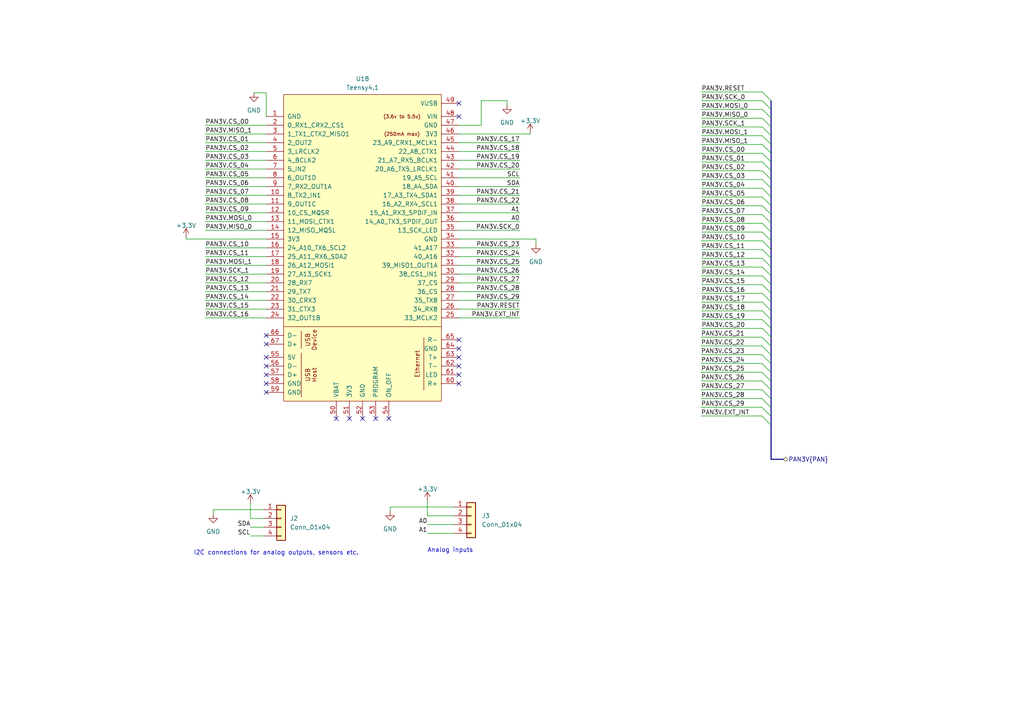
<source format=kicad_sch>
(kicad_sch (version 20230121) (generator eeschema)
  (paper "A4")
  (lib_symbols
    (symbol "Connector_Generic:Conn_01x04" (pin_names (offset 1.016) hide)
      (property "Reference" "J" (at 0 5.08 0))
      (property "Value" "Conn_01x04" (at 0 -7.62 0))
      (symbol "Conn_01x04_1_1"
        (rectangle (start -1.27 -4.953) (end 0 -5.207) (stroke (width 0.1524)))
        (rectangle (start -1.27 -2.413) (end 0 -2.667) (stroke (width 0.1524)))
        (rectangle (start -1.27 0.127) (end 0 -0.127) (stroke (width 0.1524)))
        (rectangle (start -1.27 2.667) (end 0 2.413) (stroke (width 0.1524)))
        (rectangle (start -1.27 3.81) (end 1.27 -6.35) (stroke (width 0.254)) (fill (type background)))
        (pin passive line (at -5.08 2.54 0) (length 3.81) (name "Pin_1") (number "1"))
        (pin passive line (at -5.08 0 0) (length 3.81) (name "Pin_2") (number "2"))
        (pin passive line (at -5.08 -2.54 0) (length 3.81) (name "Pin_3") (number "3"))
        (pin passive line (at -5.08 -5.08 0) (length 3.81) (name "Pin_4") (number "4"))
      )
    )
    (symbol "arena_custom:Teensy4.1" (pin_names (offset 1.016))
      (property "Reference" "U" (at 0 64.77 0))
      (property "Value" "Teensy4.1" (at 0 62.23 0))
      (symbol "Teensy4.1_0_0"
        (polyline (pts (xy -22.86 -6.35) (xy 22.86 -6.35)))
        (polyline (pts (xy -17.78 -26.67) (xy -17.78 -13.97)))
        (polyline (pts (xy -17.78 -7.62) (xy -17.78 -12.7)))
        (polyline (pts (xy 17.78 -9.525) (xy 17.78 -24.765)))
        (text "(250mA max)" (at 11.43 49.53 0) (effects (font (size 1.016 1.016))))
        (text "(3.6v to 5.5v)" (at 11.43 54.61 0) (effects (font (size 1.016 1.016))))
        (text "Device" (at -13.97 -10.16 900) (effects (font (size 1.27 1.27))))
        (text "Ethernet" (at 15.875 -17.145 900) (effects (font (size 1.27 1.27))))
        (text "Host" (at -13.97 -20.32 900) (effects (font (size 1.27 1.27))))
        (text "USB" (at -15.875 -20.32 900) (effects (font (size 1.27 1.27))))
        (text "USB" (at -15.875 -10.16 900) (effects (font (size 1.27 1.27))))
        (pin bidirectional line (at -27.94 31.75 0) (length 5.08) (name "8_TX2_IN1") (number "10"))
        (pin bidirectional line (at -27.94 29.21 0) (length 5.08) (name "9_OUT1C") (number "11"))
        (pin bidirectional line (at -27.94 26.67 0) (length 5.08) (name "10_CS_MQSR") (number "12"))
        (pin bidirectional line (at -27.94 24.13 0) (length 5.08) (name "11_MOSI_CTX1") (number "13"))
        (pin bidirectional line (at -27.94 21.59 0) (length 5.08) (name "12_MISO_MQSL") (number "14"))
        (pin power_in line (at -27.94 19.05 0) (length 5.08) (name "3V3") (number "15"))
        (pin bidirectional line (at -27.94 16.51 0) (length 5.08) (name "24_A10_TX6_SCL2") (number "16"))
        (pin bidirectional line (at -27.94 13.97 0) (length 5.08) (name "25_A11_RX6_SDA2") (number "17"))
        (pin bidirectional line (at -27.94 11.43 0) (length 5.08) (name "26_A12_MOSI1") (number "18"))
        (pin bidirectional line (at -27.94 8.89 0) (length 5.08) (name "27_A13_SCK1") (number "19"))
        (pin bidirectional line (at -27.94 6.35 0) (length 5.08) (name "28_RX7") (number "20"))
        (pin bidirectional line (at -27.94 3.81 0) (length 5.08) (name "29_TX7") (number "21"))
        (pin bidirectional line (at -27.94 1.27 0) (length 5.08) (name "30_CRX3") (number "22"))
        (pin bidirectional line (at -27.94 -1.27 0) (length 5.08) (name "31_CTX3") (number "23"))
        (pin bidirectional line (at -27.94 -3.81 0) (length 5.08) (name "32_OUT1B") (number "24"))
        (pin bidirectional line (at 27.94 -3.81 180) (length 5.08) (name "33_MCLK2") (number "25"))
        (pin bidirectional line (at 27.94 -1.27 180) (length 5.08) (name "34_RX8") (number "26"))
        (pin bidirectional line (at 27.94 1.27 180) (length 5.08) (name "35_TX8") (number "27"))
        (pin bidirectional line (at 27.94 3.81 180) (length 5.08) (name "36_CS") (number "28"))
        (pin bidirectional line (at 27.94 6.35 180) (length 5.08) (name "37_CS") (number "29"))
        (pin bidirectional line (at 27.94 8.89 180) (length 5.08) (name "38_CS1_IN1") (number "30"))
        (pin bidirectional line (at 27.94 11.43 180) (length 5.08) (name "39_MISO1_OUT1A") (number "31"))
        (pin bidirectional line (at 27.94 13.97 180) (length 5.08) (name "40_A16") (number "32"))
        (pin bidirectional line (at 27.94 16.51 180) (length 5.08) (name "41_A17") (number "33"))
        (pin bidirectional line (at 27.94 21.59 180) (length 5.08) (name "13_SCK_LED") (number "35"))
        (pin bidirectional line (at 27.94 24.13 180) (length 5.08) (name "14_A0_TX3_SPDIF_OUT") (number "36"))
        (pin bidirectional line (at 27.94 26.67 180) (length 5.08) (name "15_A1_RX3_SPDIF_IN") (number "37"))
        (pin bidirectional line (at 27.94 29.21 180) (length 5.08) (name "16_A2_RX4_SCL1") (number "38"))
        (pin bidirectional line (at 27.94 31.75 180) (length 5.08) (name "17_A3_TX4_SDA1") (number "39"))
        (pin bidirectional line (at 27.94 34.29 180) (length 5.08) (name "18_A4_SDA") (number "40"))
        (pin bidirectional line (at 27.94 36.83 180) (length 5.08) (name "19_A5_SCL") (number "41"))
        (pin bidirectional line (at 27.94 39.37 180) (length 5.08) (name "20_A6_TX5_LRCLK1") (number "42"))
        (pin bidirectional line (at 27.94 41.91 180) (length 5.08) (name "21_A7_RX5_BCLK1") (number "43"))
        (pin bidirectional line (at 27.94 44.45 180) (length 5.08) (name "22_A8_CTX1") (number "44"))
        (pin bidirectional line (at 27.94 46.99 180) (length 5.08) (name "23_A9_CRX1_MCLK1") (number "45"))
        (pin power_in line (at 27.94 54.61 180) (length 5.08) (name "VIN") (number "48"))
        (pin power_out line (at 27.94 58.42 180) (length 5.08) (name "VUSB") (number "49"))
        (pin bidirectional line (at -27.94 44.45 0) (length 5.08) (name "3_LRCLK2") (number "5"))
        (pin power_in line (at -7.62 -33.02 90) (length 5.08) (name "VBAT") (number "50"))
        (pin power_in line (at -3.81 -33.02 90) (length 5.08) (name "3V3") (number "51"))
        (pin input line (at 3.81 -33.02 90) (length 5.08) (name "PROGRAM") (number "53"))
        (pin input line (at 7.62 -33.02 90) (length 5.08) (name "ON_OFF") (number "54"))
        (pin power_out line (at -27.94 -15.24 0) (length 5.08) (name "5V") (number "55"))
        (pin bidirectional line (at -27.94 -17.78 0) (length 5.08) (name "D-") (number "56"))
        (pin bidirectional line (at -27.94 -20.32 0) (length 5.08) (name "D+") (number "57"))
        (pin power_in line (at -27.94 -22.86 0) (length 5.08) (name "GND") (number "58"))
        (pin power_in line (at -27.94 -25.4 0) (length 5.08) (name "GND") (number "59"))
        (pin bidirectional line (at -27.94 41.91 0) (length 5.08) (name "4_BCLK2") (number "6"))
        (pin bidirectional line (at 27.94 -22.86 180) (length 5.08) (name "R+") (number "60"))
        (pin bidirectional line (at 27.94 -20.32 180) (length 5.08) (name "LED") (number "61"))
        (pin bidirectional line (at 27.94 -17.78 180) (length 5.08) (name "T-") (number "62"))
        (pin bidirectional line (at 27.94 -15.24 180) (length 5.08) (name "T+") (number "63"))
        (pin power_in line (at 27.94 -12.7 180) (length 5.08) (name "GND") (number "64"))
        (pin bidirectional line (at 27.94 -10.16 180) (length 5.08) (name "R-") (number "65"))
        (pin bidirectional line (at -27.94 -8.89 0) (length 5.08) (name "D-") (number "66"))
        (pin bidirectional line (at -27.94 -11.43 0) (length 5.08) (name "D+") (number "67"))
        (pin bidirectional line (at -27.94 39.37 0) (length 5.08) (name "5_IN2") (number "7"))
        (pin bidirectional line (at -27.94 36.83 0) (length 5.08) (name "6_OUT1D") (number "8"))
        (pin bidirectional line (at -27.94 34.29 0) (length 5.08) (name "7_RX2_OUT1A") (number "9"))
      )
      (symbol "Teensy4.1_0_1"
        (rectangle (start -20.32 -1.27) (end -20.32 -1.27))
      )
      (symbol "Teensy4.1_1_0"
        (pin power_out line (at 27.94 49.53 180) (length 5.08) (name "3V3") (number "46"))
        (pin power_in line (at 27.94 52.07 180) (length 5.08) (name "GND") (number "47"))
        (pin power_in line (at 0 -33.02 90) (length 5.08) (name "GND") (number "52"))
      )
      (symbol "Teensy4.1_1_1"
        (rectangle (start -22.86 60.96) (end 22.86 -27.94) (fill (type background)))
        (pin power_in line (at -27.94 54.61 0) (length 5.08) (name "GND") (number "1"))
        (pin bidirectional line (at -27.94 52.07 0) (length 5.08) (name "0_RX1_CRX2_CS1") (number "2"))
        (pin bidirectional line (at -27.94 49.53 0) (length 5.08) (name "1_TX1_CTX2_MISO1") (number "3"))
        (pin power_in line (at 27.94 19.05 180) (length 5.08) (name "GND") (number "34"))
        (pin bidirectional line (at -27.94 46.99 0) (length 5.08) (name "2_OUT2") (number "4"))
      )
    )
    (symbol "power:+3.3V" (power) (pin_names (offset 0))
      (property "Value" "+3.3V" (at 0 3.556 0))
      (symbol "+3.3V_0_1"
        (polyline (pts (xy -0.762 1.27) (xy 0 2.54)))
        (polyline (pts (xy 0 0) (xy 0 2.54)))
        (polyline (pts (xy 0 2.54) (xy 0.762 1.27)))
      )
      (symbol "+3.3V_1_1"
        (pin power_in line (at 0 0 90) (length 0) hide (name "+3.3V") (number "1"))
      )
    )
    (symbol "power:GND" (power) (pin_names (offset 0))
      (property "Value" "GND" (at 0 -3.81 0))
      (symbol "GND_0_1"
        (polyline (pts (xy 0 0) (xy 0 -1.27) (xy 1.27 -1.27) (xy 0 -2.54) (xy -1.27 -1.27) (xy 0 -1.27)))
      )
      (symbol "GND_1_1"
        (pin power_in line (at 0 0 270) (length 0) hide (name "GND") (number "1"))
      )
    )
  )
  (no_connect (at 133.096 108.712))
  (no_connect (at 112.776 121.412))
  (no_connect (at 77.216 97.282))
  (no_connect (at 77.216 99.822))
  (no_connect (at 133.096 33.782))
  (no_connect (at 133.096 106.172))
  (no_connect (at 77.216 108.712))
  (no_connect (at 77.216 111.252))
  (no_connect (at 108.966 121.412))
  (no_connect (at 133.096 101.092))
  (no_connect (at 133.096 111.252))
  (no_connect (at 133.096 29.972))
  (no_connect (at 101.346 121.412))
  (no_connect (at 77.216 106.172))
  (no_connect (at 105.156 121.412))
  (no_connect (at 97.536 121.412))
  (no_connect (at 133.096 98.552))
  (no_connect (at 77.216 103.632))
  (no_connect (at 133.096 103.632))
  (no_connect (at 77.216 113.792))
  (bus_entry (at 223.647 54.61) (size -2.54 -2.54))
  (bus_entry (at 223.647 44.45) (size -2.54 -2.54))
  (bus_entry (at 220.98 113.03) (size 2.54 2.54))
  (bus_entry (at 223.647 64.77) (size -2.54 -2.54))
  (bus_entry (at 220.98 118.11) (size 2.54 2.54))
  (bus_entry (at 223.647 59.69) (size -2.54 -2.54))
  (bus_entry (at 223.647 80.01) (size -2.54 -2.54))
  (bus_entry (at 223.647 31.75) (size -2.54 -2.54))
  (bus_entry (at 220.98 105.41) (size 2.54 2.54))
  (bus_entry (at 220.98 100.33) (size 2.54 2.54))
  (bus_entry (at 221.107 82.55) (size 2.54 2.54))
  (bus_entry (at 223.647 29.21) (size -2.54 -2.54))
  (bus_entry (at 220.98 97.79) (size 2.54 2.54))
  (bus_entry (at 223.647 52.07) (size -2.54 -2.54))
  (bus_entry (at 223.647 62.23) (size -2.54 -2.54))
  (bus_entry (at 223.647 82.55) (size -2.54 -2.54))
  (bus_entry (at 220.98 120.65) (size 2.54 2.54))
  (bus_entry (at 223.647 72.39) (size -2.54 -2.54))
  (bus_entry (at 223.647 77.47) (size -2.54 -2.54))
  (bus_entry (at 223.647 34.29) (size -2.54 -2.54))
  (bus_entry (at 223.647 41.91) (size -2.54 -2.54))
  (bus_entry (at 223.647 49.53) (size -2.54 -2.54))
  (bus_entry (at 221.107 92.71) (size 2.54 2.54))
  (bus_entry (at 223.647 67.31) (size -2.54 -2.54))
  (bus_entry (at 221.107 87.63) (size 2.54 2.54))
  (bus_entry (at 223.647 74.93) (size -2.54 -2.54))
  (bus_entry (at 220.98 110.49) (size 2.54 2.54))
  (bus_entry (at 220.98 115.57) (size 2.54 2.54))
  (bus_entry (at 223.647 39.37) (size -2.54 -2.54))
  (bus_entry (at 221.107 85.09) (size 2.54 2.54))
  (bus_entry (at 221.107 90.17) (size 2.54 2.54))
  (bus_entry (at 220.98 102.87) (size 2.54 2.54))
  (bus_entry (at 220.98 107.95) (size 2.54 2.54))
  (bus_entry (at 223.647 69.85) (size -2.54 -2.54))
  (bus_entry (at 223.647 57.15) (size -2.54 -2.54))
  (bus_entry (at 221.107 95.25) (size 2.54 2.54))
  (bus_entry (at 223.647 46.99) (size -2.54 -2.54))
  (bus_entry (at 223.647 36.83) (size -2.54 -2.54))
  (wire (pts (xy 53.975 69.342) (xy 53.975 68.834)))
  (wire (pts (xy 123.952 149.606) (xy 131.572 149.606)))
  (wire (pts (xy 59.563 46.482) (xy 77.216 46.482)))
  (bus (pts (xy 223.647 87.63) (xy 223.647 90.17)))
  (wire (pts (xy 139.573 29.21) (xy 147.066 29.21)))
  (wire (pts (xy 72.644 152.908) (xy 76.454 152.908)))
  (wire (pts (xy 150.749 51.562) (xy 133.096 51.562)))
  (wire (pts (xy 220.98 110.49) (xy 203.327 110.49)))
  (wire (pts (xy 59.563 66.802) (xy 77.216 66.802)))
  (wire (pts (xy 139.573 36.322) (xy 139.573 29.21)))
  (bus (pts (xy 223.647 49.53) (xy 223.647 52.07)))
  (wire (pts (xy 133.096 76.962) (xy 150.749 76.962)))
  (wire (pts (xy 221.107 62.23) (xy 203.454 62.23)))
  (wire (pts (xy 133.096 56.642) (xy 150.749 56.642)))
  (wire (pts (xy 113.157 147.066) (xy 113.157 148.336)))
  (wire (pts (xy 59.563 76.962) (xy 77.216 76.962)))
  (wire (pts (xy 59.563 92.202) (xy 77.216 92.202)))
  (wire (pts (xy 221.107 44.45) (xy 203.454 44.45)))
  (bus (pts (xy 223.647 69.85) (xy 223.647 72.39)))
  (bus (pts (xy 223.647 36.83) (xy 223.647 39.37)))
  (wire (pts (xy 61.849 147.828) (xy 76.454 147.828)))
  (wire (pts (xy 59.563 38.862) (xy 77.216 38.862)))
  (wire (pts (xy 59.563 74.422) (xy 77.216 74.422)))
  (wire (pts (xy 133.096 49.022) (xy 150.749 49.022)))
  (wire (pts (xy 221.107 52.07) (xy 203.454 52.07)))
  (bus (pts (xy 223.647 64.77) (xy 223.647 67.31)))
  (wire (pts (xy 133.096 38.862) (xy 153.797 38.862)))
  (wire (pts (xy 72.644 146.05) (xy 72.644 150.368)))
  (wire (pts (xy 73.66 26.924) (xy 77.216 26.924)))
  (bus (pts (xy 223.647 72.39) (xy 223.647 74.93)))
  (wire (pts (xy 72.644 150.368) (xy 76.454 150.368)))
  (bus (pts (xy 223.647 97.79) (xy 223.647 133.223)))
  (wire (pts (xy 59.563 84.582) (xy 77.216 84.582)))
  (wire (pts (xy 221.107 64.77) (xy 203.454 64.77)))
  (wire (pts (xy 221.107 41.91) (xy 203.454 41.91)))
  (bus (pts (xy 223.647 54.61) (xy 223.647 57.15)))
  (wire (pts (xy 77.216 69.342) (xy 53.975 69.342)))
  (wire (pts (xy 72.644 155.448) (xy 76.454 155.448)))
  (wire (pts (xy 221.107 74.93) (xy 203.454 74.93)))
  (wire (pts (xy 221.107 57.15) (xy 203.454 57.15)))
  (bus (pts (xy 223.647 82.55) (xy 223.647 85.09)))
  (bus (pts (xy 223.647 29.21) (xy 223.647 31.75)))
  (bus (pts (xy 223.647 85.09) (xy 223.647 87.63)))
  (wire (pts (xy 77.216 26.924) (xy 77.216 33.782)))
  (bus (pts (xy 223.647 74.93) (xy 223.647 77.47)))
  (wire (pts (xy 221.107 69.85) (xy 203.454 69.85)))
  (wire (pts (xy 59.563 82.042) (xy 77.216 82.042)))
  (bus (pts (xy 223.647 95.25) (xy 223.647 97.79)))
  (wire (pts (xy 133.096 66.802) (xy 150.749 66.802)))
  (wire (pts (xy 133.096 46.482) (xy 150.749 46.482)))
  (wire (pts (xy 203.327 120.65) (xy 220.98 120.65)))
  (wire (pts (xy 203.327 118.11) (xy 220.98 118.11)))
  (bus (pts (xy 223.647 62.23) (xy 223.647 64.77)))
  (wire (pts (xy 203.327 113.03) (xy 220.98 113.03)))
  (wire (pts (xy 59.563 49.022) (xy 77.216 49.022)))
  (wire (pts (xy 59.563 56.642) (xy 77.216 56.642)))
  (wire (pts (xy 150.749 82.042) (xy 133.096 82.042)))
  (wire (pts (xy 123.952 145.288) (xy 123.952 149.606)))
  (wire (pts (xy 203.454 85.09) (xy 221.107 85.09)))
  (wire (pts (xy 59.563 87.122) (xy 77.216 87.122)))
  (wire (pts (xy 203.327 105.41) (xy 220.98 105.41)))
  (bus (pts (xy 223.647 41.91) (xy 223.647 44.45)))
  (wire (pts (xy 221.107 29.21) (xy 203.454 29.21)))
  (wire (pts (xy 59.563 79.502) (xy 77.216 79.502)))
  (wire (pts (xy 133.096 79.502) (xy 150.749 79.502)))
  (wire (pts (xy 59.563 41.402) (xy 77.216 41.402)))
  (wire (pts (xy 203.454 92.71) (xy 221.107 92.71)))
  (bus (pts (xy 223.647 80.01) (xy 223.647 82.55)))
  (wire (pts (xy 220.98 100.33) (xy 203.327 100.33)))
  (bus (pts (xy 223.647 44.45) (xy 223.647 46.99)))
  (wire (pts (xy 59.563 36.322) (xy 77.216 36.322)))
  (wire (pts (xy 221.107 67.31) (xy 203.454 67.31)))
  (bus (pts (xy 223.647 31.75) (xy 223.647 34.29)))
  (wire (pts (xy 59.563 43.942) (xy 77.216 43.942)))
  (wire (pts (xy 59.563 89.662) (xy 77.216 89.662)))
  (bus (pts (xy 223.647 34.29) (xy 223.647 36.83)))
  (bus (pts (xy 223.647 59.69) (xy 223.647 62.23)))
  (wire (pts (xy 221.107 34.29) (xy 203.454 34.29)))
  (wire (pts (xy 123.952 154.686) (xy 131.572 154.686)))
  (wire (pts (xy 133.096 36.322) (xy 139.573 36.322)))
  (wire (pts (xy 59.563 71.882) (xy 77.216 71.882)))
  (bus (pts (xy 223.647 133.223) (xy 227.203 133.223)))
  (bus (pts (xy 223.647 67.31) (xy 223.647 69.85)))
  (wire (pts (xy 61.849 147.828) (xy 61.849 149.098)))
  (wire (pts (xy 203.327 97.79) (xy 220.98 97.79)))
  (wire (pts (xy 153.797 38.862) (xy 153.797 38.481)))
  (wire (pts (xy 59.563 54.102) (xy 77.216 54.102)))
  (wire (pts (xy 147.066 29.21) (xy 147.066 30.48)))
  (wire (pts (xy 203.454 90.17) (xy 221.107 90.17)))
  (wire (pts (xy 133.096 43.942) (xy 150.749 43.942)))
  (wire (pts (xy 133.096 64.262) (xy 150.749 64.262)))
  (wire (pts (xy 221.107 72.39) (xy 203.454 72.39)))
  (bus (pts (xy 223.647 46.99) (xy 223.647 49.53)))
  (wire (pts (xy 133.096 74.422) (xy 150.749 74.422)))
  (wire (pts (xy 203.327 107.95) (xy 220.98 107.95)))
  (wire (pts (xy 133.096 87.122) (xy 150.749 87.122)))
  (wire (pts (xy 203.454 59.69) (xy 221.107 59.69)))
  (wire (pts (xy 221.107 26.67) (xy 203.454 26.67)))
  (wire (pts (xy 203.454 95.25) (xy 221.107 95.25)))
  (wire (pts (xy 133.096 84.582) (xy 150.749 84.582)))
  (wire (pts (xy 203.327 115.57) (xy 220.98 115.57)))
  (wire (pts (xy 221.107 82.55) (xy 203.454 82.55)))
  (bus (pts (xy 223.647 77.47) (xy 223.647 80.01)))
  (wire (pts (xy 150.749 71.882) (xy 133.096 71.882)))
  (wire (pts (xy 221.107 80.01) (xy 203.454 80.01)))
  (wire (pts (xy 221.107 77.47) (xy 203.454 77.47)))
  (wire (pts (xy 133.096 89.662) (xy 150.749 89.662)))
  (wire (pts (xy 221.107 31.75) (xy 203.454 31.75)))
  (bus (pts (xy 223.647 90.17) (xy 223.647 92.71)))
  (bus (pts (xy 223.647 39.37) (xy 223.647 41.91)))
  (bus (pts (xy 223.647 92.71) (xy 223.647 95.25)))
  (wire (pts (xy 203.454 87.63) (xy 221.107 87.63)))
  (wire (pts (xy 59.563 61.722) (xy 77.216 61.722)))
  (wire (pts (xy 133.096 54.102) (xy 150.749 54.102)))
  (wire (pts (xy 113.157 147.066) (xy 131.572 147.066)))
  (bus (pts (xy 223.647 52.07) (xy 223.647 54.61)))
  (wire (pts (xy 221.107 36.83) (xy 203.454 36.83)))
  (wire (pts (xy 133.096 59.182) (xy 150.749 59.182)))
  (wire (pts (xy 221.107 46.99) (xy 203.454 46.99)))
  (wire (pts (xy 150.749 41.402) (xy 133.096 41.402)))
  (wire (pts (xy 203.327 102.87) (xy 220.98 102.87)))
  (wire (pts (xy 221.107 39.37) (xy 203.454 39.37)))
  (wire (pts (xy 133.096 69.342) (xy 155.448 69.342)))
  (wire (pts (xy 221.107 49.53) (xy 203.454 49.53)))
  (wire (pts (xy 133.096 61.722) (xy 150.749 61.722)))
  (wire (pts (xy 155.448 69.342) (xy 155.448 70.866)))
  (wire (pts (xy 123.952 152.146) (xy 131.572 152.146)))
  (wire (pts (xy 59.563 59.182) (xy 77.216 59.182)))
  (wire (pts (xy 59.563 51.562) (xy 77.216 51.562)))
  (wire (pts (xy 221.107 54.61) (xy 203.454 54.61)))
  (wire (pts (xy 59.563 64.262) (xy 77.216 64.262)))
  (wire (pts (xy 133.096 92.202) (xy 150.749 92.202)))
  (bus (pts (xy 223.647 57.15) (xy 223.647 59.69)))
  (text "Analog inputs" (at 123.952 160.401 0) (effects (font (size 1.27 1.27)) (justify left bottom)))
  (text "I2C connections for analog outputs, sensors etc. " (at 56.134 161.163 0) (effects (font (size 1.27 1.27)) (justify left bottom)))
  (label "PAN3V.MOSI_1" (at 59.563 76.962 0))
  (label "SDA" (at 72.644 152.908 180))
  (label "PAN3V.SCK_0" (at 150.749 66.802 180))
  (label "PAN3V.CS_17" (at 150.749 41.402 180))
  (label "PAN3V.CS_06" (at 203.454 59.69 0))
  (label "PAN3V.CS_28" (at 150.749 84.582 180))
  (label "PAN3V.CS_18" (at 150.749 43.942 180))
  (label "PAN3V.CS_02" (at 59.563 43.942 0))
  (label "A1" (at 123.952 154.686 180))
  (label "PAN3V.CS_10" (at 59.563 71.882 0))
  (label "PAN3V.MISO_0" (at 203.454 34.29 0))
  (label "PAN3V.CS_23" (at 203.327 102.87 0))
  (label "PAN3V.CS_05" (at 59.563 51.562 0))
  (label "PAN3V.CS_06" (at 59.563 54.102 0))
  (label "PAN3V.MOSI_1" (at 203.454 39.37 0))
  (label "PAN3V.CS_04" (at 203.454 54.61 0))
  (label "PAN3V.CS_03" (at 203.454 52.07 0))
  (label "PAN3V.CS_29" (at 150.749 87.122 180))
  (label "PAN3V.CS_07" (at 59.563 56.642 0))
  (label "PAN3V.SCK_1" (at 203.454 36.83 0))
  (label "PAN3V.CS_02" (at 203.454 49.53 0))
  (label "PAN3V.CS_24" (at 203.327 105.41 0))
  (label "PAN3V.MOSI_0" (at 59.563 64.262 0))
  (label "PAN3V.CS_12" (at 203.454 74.93 0))
  (label "PAN3V.CS_14" (at 203.454 80.01 0))
  (label "PAN3V.CS_00" (at 203.454 44.45 0))
  (label "PAN3V.CS_08" (at 59.563 59.182 0))
  (label "PAN3V.CS_16" (at 59.563 92.202 0))
  (label "PAN3V.CS_00" (at 59.563 36.322 0))
  (label "SDA" (at 150.749 54.102 180))
  (label "PAN3V.CS_11" (at 203.454 72.39 0))
  (label "PAN3V.CS_27" (at 203.327 113.03 0))
  (label "PAN3V.CS_22" (at 150.749 59.182 180))
  (label "PAN3V.CS_01" (at 59.563 41.402 0))
  (label "PAN3V.CS_03" (at 59.563 46.482 0))
  (label "PAN3V.CS_21" (at 203.327 97.79 0))
  (label "PAN3V.CS_19" (at 150.749 46.482 180))
  (label "PAN3V.CS_16" (at 203.454 85.09 0))
  (label "PAN3V.CS_12" (at 59.563 82.042 0))
  (label "PAN3V.CS_05" (at 203.454 57.15 0))
  (label "PAN3V.CS_27" (at 150.749 82.042 180))
  (label "PAN3V.EXT_INT" (at 203.327 120.65 0))
  (label "PAN3V.CS_26" (at 203.327 110.49 0))
  (label "PAN3V.SCK_1" (at 59.563 79.502 0))
  (label "PAN3V.CS_20" (at 150.749 49.022 180))
  (label "PAN3V.CS_24" (at 150.749 74.422 180))
  (label "PAN3V.CS_14" (at 59.563 87.122 0))
  (label "PAN3V.CS_13" (at 203.454 77.47 0))
  (label "PAN3V.CS_25" (at 150.749 76.962 180))
  (label "PAN3V.CS_28" (at 203.327 115.57 0))
  (label "PAN3V.CS_25" (at 203.327 107.95 0))
  (label "PAN3V.CS_10" (at 203.454 69.85 0))
  (label "PAN3V.CS_08" (at 203.454 64.77 0))
  (label "PAN3V.CS_29" (at 203.327 118.11 0))
  (label "SCL" (at 72.644 155.448 180))
  (label "PAN3V.CS_20" (at 203.454 95.25 0))
  (label "PAN3V.RESET" (at 150.749 89.662 180))
  (label "PAN3V.CS_09" (at 203.454 67.31 0))
  (label "PAN3V.CS_17" (at 203.454 87.63 0))
  (label "PAN3V.CS_04" (at 59.563 49.022 0))
  (label "PAN3V.CS_15" (at 59.563 89.662 0))
  (label "PAN3V.MISO_1" (at 203.454 41.91 0))
  (label "A0" (at 123.952 152.146 180))
  (label "PAN3V.CS_11" (at 59.563 74.422 0))
  (label "PAN3V.CS_21" (at 150.749 56.642 180))
  (label "PAN3V.CS_07" (at 203.454 62.23 0))
  (label "PAN3V.CS_26" (at 150.749 79.502 180))
  (label "A0" (at 150.749 64.262 180))
  (label "PAN3V.CS_18" (at 203.454 90.17 0))
  (label "PAN3V.CS_13" (at 59.563 84.582 0))
  (label "PAN3V.CS_01" (at 203.454 46.99 0))
  (label "A1" (at 150.749 61.722 180))
  (label "PAN3V.CS_23" (at 150.749 71.882 180))
  (label "PAN3V.MISO_0" (at 59.563 66.802 0))
  (label "PAN3V.CS_19" (at 203.454 92.71 0))
  (label "PAN3V.CS_22" (at 203.327 100.33 0))
  (label "PAN3V.EXT_INT" (at 150.749 92.202 180))
  (label "PAN3V.CS_15" (at 203.454 82.55 0))
  (label "PAN3V.MOSI_0" (at 203.454 31.75 0))
  (label "PAN3V.RESET" (at 203.454 26.67 0))
  (label "SCL" (at 150.749 51.562 180))
  (label "PAN3V.MISO_1" (at 59.563 38.862 0))
  (label "PAN3V.SCK_0" (at 203.454 29.21 0))
  (label "PAN3V.CS_09" (at 59.563 61.722 0))
  (hierarchical_label "PAN3V{PAN}" (shape bidirectional) (at 227.203 133.223 0))
  (symbol (lib_id "power:GND") (at 61.849 149.098 0) (mirror y) (unit 1)
    (property "Reference" "#PWR01" (effects hide))
    (property "Value" "GND" (at 61.849 154.178 0))
  )
  (symbol (lib_id "Connector_Generic:Conn_01x04") (at 136.652 149.606 0) (unit 1)
    (property "Reference" "J3" (at 139.7 149.606 0) (effects (justify left)))
    (property "Value" "Conn_01x04" (at 139.7 152.146 0) (effects (justify left)))
    (property "Footprint" "arena_custom:JST_SH_SM04B-SRSS-TB_1x04-1MP_P1.00mm_Horizontal" (effects hide))
  )
  (symbol (lib_id "power:+3.3V") (at 72.644 146.05 0) (unit 1)
    (property "Reference" "#PWR019" (effects hide))
    (property "Value" "+3.3V" (at 72.644 142.621 0))
  )
  (symbol (lib_id "arena_custom:Teensy4.1") (at 105.156 88.392 0) (unit 1)
    (property "Reference" "U18" (at 105.156 22.86 0))
    (property "Value" "Teensy4.1" (at 105.156 25.4 0))
    (property "Footprint" "teensy:Teensy41" (effects hide))
  )
  (symbol (lib_id "power:+3.3V") (at 123.952 145.288 0) (unit 1)
    (property "Reference" "#PWR020" (effects hide))
    (property "Value" "+3.3V" (at 123.952 141.859 0))
  )
  (symbol (lib_id "power:GND") (at 155.448 70.866 0) (mirror y) (unit 1)
    (property "Reference" "#PWR016" (effects hide))
    (property "Value" "GND" (at 155.448 75.946 0))
  )
  (symbol (lib_id "Connector_Generic:Conn_01x04") (at 81.534 150.368 0) (unit 1)
    (property "Reference" "J2" (at 84.074 150.368 0) (effects (justify left)))
    (property "Value" "Conn_01x04" (at 84.074 152.908 0) (effects (justify left)))
    (property "Footprint" "arena_custom:JST_SH_SM04B-SRSS-TB_1x04-1MP_P1.00mm_Horizontal" (effects hide))
  )
  (symbol (lib_id "power:+3.3V") (at 153.797 38.481 0) (unit 1)
    (property "Reference" "#PWR075" (effects hide))
    (property "Value" "+3.3V" (at 153.797 35.052 0))
  )
  (symbol (lib_id "power:GND") (at 73.66 26.924 0) (unit 1)
    (property "Reference" "#PWR05" (effects hide))
    (property "Value" "GND" (at 73.66 32.004 0))
  )
  (symbol (lib_id "power:+3.3V") (at 53.975 68.834 0) (unit 1)
    (property "Reference" "#PWR073" (effects hide))
    (property "Value" "+3.3V" (at 53.975 65.405 0))
  )
  (symbol (lib_id "power:GND") (at 113.157 148.336 0) (mirror y) (unit 1)
    (property "Reference" "#PWR07" (effects hide))
    (property "Value" "GND" (at 113.157 153.416 0))
  )
  (symbol (lib_id "power:GND") (at 147.066 30.48 0) (mirror y) (unit 1)
    (property "Reference" "#PWR06" (effects hide))
    (property "Value" "GND" (at 147.066 35.56 0))
  )
)
</source>
